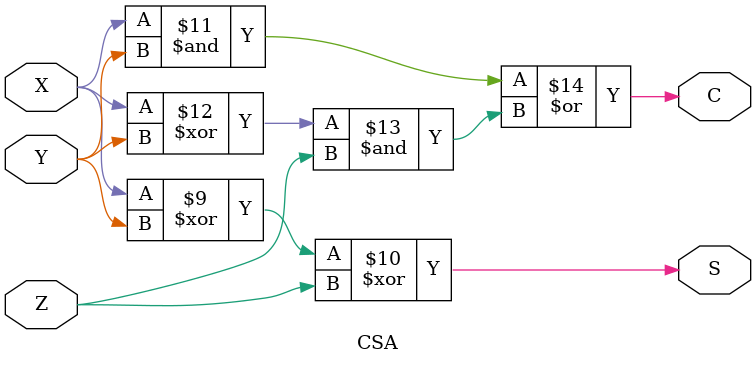
<source format=v>
`timescale 1ns\1ns
module CSA(X,Y,Z,S,C);
input X,Y,Z;
output S,C;

assign S = X ^ Y ^ Z;
assign C = (X & Y) | ((X ^ Y) & Z);  

endmodule

module Wallace_tree_8(A, B, M_OUT);
   input[7:0] A,B;
   output [15:0] M_OUT;
   wire [14:0] P0, P1, P2, P3, P4, P5, P6, P7; 
   
   //partial product generator
   assign P0 = A & {8{B[0]}};
   assign P1 = A & {8{B[1]}};
   assign P2 = A & {8{B[2]}};
   assign P3 = A & {8{B[3]}};
   assign P4 = A & {8{B[4]}};
   assign P5 = A & {8{B[5]}};
   assign P6 = A & {8{B[6]}};
   assign P7 = A & {8{B[7]}}; 

   //first stage
   CSA csa121 (P0[2],P1[1],P2[0],S121,C131);
   CSA csa131 (P0[3],P1[2],P2[1],S131,C141);
   CSA csa141 (P0[4],P1[3],P2[2],S141,C151);
   CSA csa151 (P0[5],P1[4],P2[3],S151,C161);
   CSA csa152 (P3[2],P4[1],P5[0],S152,C162);
   CSA csa161 (P0[6],P1[5],P2[4],S161,C171);
   CSA csa162 (P3[3],P4[2],P5[1],S162,C172);
   CSA csa171 (P0[7],P1[6],P2[5],S171,C181);
   CSA csa172 (P3[4],P4[3],P5[2],S172,C182);
   CSA csa181 (P1[7],P2[6],P3[5],S181,C191);
   CSA csa182 (P4[4],P5[3],P6[2],S182,C192);
   CSA csa191 (P2[7],P3[6],P4[5],S191,C1A1);
   CSA csa192 (P5[4],P6[3],P7[2],S192,C1A2);
   CSA csa1A1 (P3[7],P4[6],P5[5],S1A1,C1B1);
   CSA csa1B1 (P4[7],P5[6],P6[5],S1B1,C1C1);
   CSA csa1C1 (P5[7],P6[6],P7[5],S1C1,C1D1);

   //second stage
   CSA csa231 (P3[0],S131,C131,S231,C241);
   CSA csa241 (P3[1],S141,C141,S241,C251);
   CSA csa251 (S151,S152,C151,S251,C261);
   CSA csa261 (P6[0],S161,S162,S261,C271);
   CSA csa271 (S171,S172,C171,S271,C281);
   CSA csa272 (C172,P6[1],P7[0],S272,C282);
   CSA csa281 (P7[1],S181,S182,S281,C291);
   CSA csa291 (S191,S192,C191,S291,C2A1);
   CSA csa2A1 (P6[4],P7[3],S1A1,S2A1,C2B1);
   CSA csa2B1 (P7[4],S1B1,C1B1,S2B1,C2C1);
   CSA csa2D1 (P6[7],P7[6],C1D1,S2D1,C2E1);
   
   //third stage
   CSA csa341 (P4[0],S241,C241,S341,C351);
   CSA csa361 (C161,C162,S261,S361,C371);
   CSA csa371 (S271,S272,C271,S371,C381);
   CSA csa381 (C181,C182,S281,S381,C391);
   CSA csa391 (C192,S291,C291,S391,C3A1);
   CSA csa3A1 (C1A1,C1A2,S2A1,S3A1,C3B1);
   CSA csa3C1 (S1C1,C1C1,C2C1,S3C1,C3D1);

   //fourth stage
   CSA csa451 (S251,C251,C351,S451,C451);
   CSA csa481 (S381,C281,C282,S481,C481);
   CSA csa4A1 (C2A1,S3A1,C3A1,S4A1,C4A1);
   CSA csa4B1 (S2B1,C2B1,C3B1,S4B1,C4B1);

   //fifth stage






endmodule





// module Barrett(CLK, RST, X, Y_i, M, mu, Z_OUT);
//    parameter n = 1024;
//    parameter m = 4;

//    input [n-1:0] X,M;
//    input [n-1+m:0] Y_i;
//    input [m+4:0] mu;
//    input CLK, RST;
//    output [n:0] Z_OUT;
   
//    wire [n:0] T_i;
// endmodule
</source>
